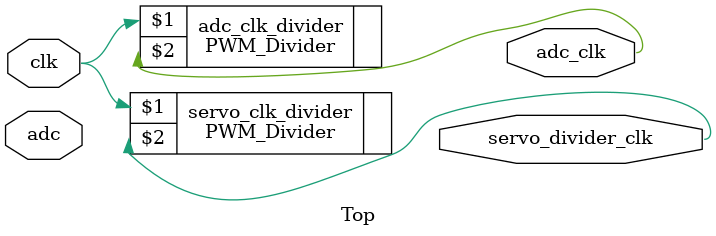
<source format=v>
module Top (
	input clk,
	input [7:0] adc,
	output adc_clk,
	output servo_divider_clk
);

PWM_Divider #(.DIVISOR(28'd78))	//50MHz/640KHz.
adc_clk_divider (clk, adc_clk);

PWM_Divider #(.DUTY_CYCLE(7'd90)) servo_clk_divider (clk, servo_divider_clk);	//50Hz => default value.

endmodule
</source>
